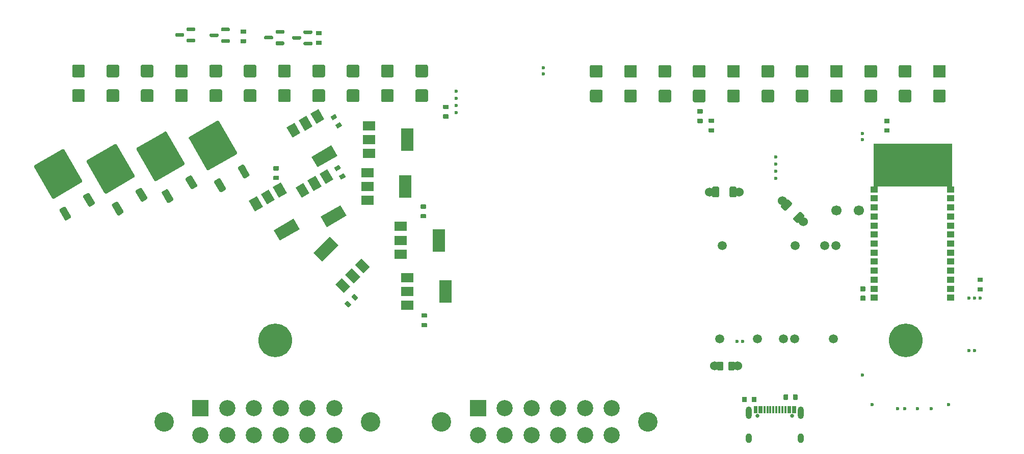
<source format=gts>
G04 #@! TF.GenerationSoftware,KiCad,Pcbnew,7.0.9-7.0.9~ubuntu22.04.1*
G04 #@! TF.CreationDate,2023-12-28T23:58:56+00:00*
G04 #@! TF.ProjectId,uaeficopiedtovfr,75616566-6963-46f7-9069-6564746f7666,rev?*
G04 #@! TF.SameCoordinates,Original*
G04 #@! TF.FileFunction,Soldermask,Top*
G04 #@! TF.FilePolarity,Negative*
%FSLAX46Y46*%
G04 Gerber Fmt 4.6, Leading zero omitted, Abs format (unit mm)*
G04 Created by KiCad (PCBNEW 7.0.9-7.0.9~ubuntu22.04.1) date 2023-12-28 23:58:56*
%MOMM*%
%LPD*%
G01*
G04 APERTURE LIST*
%ADD10C,0.120000*%
%ADD11C,1.524000*%
%ADD12R,2.000000X1.500000*%
%ADD13R,2.000000X3.800000*%
%ADD14R,2.682000X2.682000*%
%ADD15C,2.682000*%
%ADD16C,3.240000*%
%ADD17C,5.600000*%
%ADD18C,0.600000*%
%ADD19C,0.599999*%
%ADD20C,1.500000*%
%ADD21C,1.700000*%
%ADD22C,0.650000*%
%ADD23R,0.300000X1.150000*%
%ADD24O,1.000000X2.100000*%
%ADD25O,1.000000X1.600000*%
%ADD26R,1.300000X1.000000*%
G04 APERTURE END LIST*
G04 #@! TO.C,U2*
D10*
X153712500Y45175000D02*
X140712500Y45175000D01*
X140712500Y52175000D01*
X153712500Y52175000D01*
X153712500Y45175000D01*
G36*
X153712500Y45175000D02*
G01*
X140712500Y45175000D01*
X140712500Y52175000D01*
X153712500Y52175000D01*
X153712500Y45175000D01*
G37*
G04 #@! TD*
D11*
G04 #@! TO.C,R4*
X118105000Y15275000D03*
G36*
G01*
X117650001Y15900000D02*
X117650001Y14650000D01*
G75*
G02*
X117550001Y14550000I-100000J0D01*
G01*
X116750001Y14550000D01*
G75*
G02*
X116650001Y14650000I0J100000D01*
G01*
X116650001Y15900000D01*
G75*
G02*
X116750001Y16000000I100000J0D01*
G01*
X117550001Y16000000D01*
G75*
G02*
X117650001Y15900000I0J-100000D01*
G01*
G37*
G36*
G01*
X115749979Y15900000D02*
X115749979Y14650000D01*
G75*
G02*
X115649979Y14550000I-100000J0D01*
G01*
X114849979Y14550000D01*
G75*
G02*
X114749979Y14650000I0J100000D01*
G01*
X114749979Y15900000D01*
G75*
G02*
X114849979Y16000000I100000J0D01*
G01*
X115649979Y16000000D01*
G75*
G02*
X115749979Y15900000I0J-100000D01*
G01*
G37*
X114295000Y15275000D03*
G04 #@! TD*
G04 #@! TO.C,R1*
G36*
G01*
X142560000Y56325000D02*
X143340000Y56325000D01*
G75*
G02*
X143410000Y56255000I0J-70000D01*
G01*
X143410000Y55695000D01*
G75*
G02*
X143340000Y55625000I-70000J0D01*
G01*
X142560000Y55625000D01*
G75*
G02*
X142490000Y55695000I0J70000D01*
G01*
X142490000Y56255000D01*
G75*
G02*
X142560000Y56325000I70000J0D01*
G01*
G37*
G36*
G01*
X142560000Y54725000D02*
X143340000Y54725000D01*
G75*
G02*
X143410000Y54655000I0J-70000D01*
G01*
X143410000Y54095000D01*
G75*
G02*
X143340000Y54025000I-70000J0D01*
G01*
X142560000Y54025000D01*
G75*
G02*
X142490000Y54095000I0J70000D01*
G01*
X142490000Y54655000D01*
G75*
G02*
X142560000Y54725000I70000J0D01*
G01*
G37*
G04 #@! TD*
D12*
G04 #@! TO.C,Q14*
X56950000Y55200000D03*
X56950000Y52900000D03*
X56950000Y50600000D03*
D13*
X63250000Y52900000D03*
G04 #@! TD*
D14*
G04 #@! TO.C,J4*
X75010000Y8225000D03*
D15*
X79460000Y8225000D03*
X83900000Y8225000D03*
X88350000Y8225000D03*
X92790000Y8225000D03*
X97240000Y8225000D03*
X97240000Y3775000D03*
X92790000Y3775000D03*
X88350000Y3775000D03*
X83900000Y3775000D03*
X79460000Y3775000D03*
X75010000Y3775000D03*
D16*
X68975000Y5995000D03*
X103265000Y5995000D03*
G04 #@! TD*
D17*
G04 #@! TO.C,H2*
X41350000Y19550000D03*
G04 #@! TD*
G04 #@! TO.C,Q8*
G36*
X48717339Y47244005D02*
G01*
X50016377Y47994005D01*
X51016377Y46261955D01*
X49717339Y45511955D01*
X48717339Y47244005D01*
G37*
G36*
X46725481Y46094005D02*
G01*
X48024519Y46844005D01*
X49024519Y45111955D01*
X47725481Y44361955D01*
X46725481Y46094005D01*
G37*
G36*
X44733623Y44944005D02*
G01*
X46032661Y45694005D01*
X47032661Y43961955D01*
X45733623Y43211955D01*
X44733623Y44944005D01*
G37*
G36*
X48879552Y40063045D02*
G01*
X52170448Y41963045D01*
X53170448Y40230995D01*
X49879552Y38330995D01*
X48879552Y40063045D01*
G37*
G04 #@! TD*
G04 #@! TO.C,R8*
G36*
G01*
X128100000Y10490000D02*
X128100000Y9710000D01*
G75*
G02*
X128030000Y9640000I-70000J0D01*
G01*
X127470000Y9640000D01*
G75*
G02*
X127400000Y9710000I0J70000D01*
G01*
X127400000Y10490000D01*
G75*
G02*
X127470000Y10560000I70000J0D01*
G01*
X128030000Y10560000D01*
G75*
G02*
X128100000Y10490000I0J-70000D01*
G01*
G37*
G36*
G01*
X126500000Y10490000D02*
X126500000Y9710000D01*
G75*
G02*
X126430000Y9640000I-70000J0D01*
G01*
X125870000Y9640000D01*
G75*
G02*
X125800000Y9710000I0J70000D01*
G01*
X125800000Y10490000D01*
G75*
G02*
X125870000Y10560000I70000J0D01*
G01*
X126430000Y10560000D01*
G75*
G02*
X126500000Y10490000I0J-70000D01*
G01*
G37*
G04 #@! TD*
G04 #@! TO.C,Q10*
G36*
X53838478Y28469491D02*
G01*
X52777818Y27408831D01*
X51363604Y28823045D01*
X52424264Y29883705D01*
X53838478Y28469491D01*
G37*
G36*
X55464823Y30095837D02*
G01*
X54404163Y29035177D01*
X52989949Y30449391D01*
X54050609Y31510051D01*
X55464823Y30095837D01*
G37*
G36*
X57091169Y31722182D02*
G01*
X56030509Y30661522D01*
X54616295Y32075736D01*
X55676955Y33136396D01*
X57091169Y31722182D01*
G37*
G36*
X51823224Y35363782D02*
G01*
X49136218Y32676776D01*
X47722004Y34090990D01*
X50409010Y36777996D01*
X51823224Y35363782D01*
G37*
G04 #@! TD*
G04 #@! TO.C,R32*
G36*
G01*
X65560000Y42100000D02*
X66340000Y42100000D01*
G75*
G02*
X66410000Y42030000I0J-70000D01*
G01*
X66410000Y41470000D01*
G75*
G02*
X66340000Y41400000I-70000J0D01*
G01*
X65560000Y41400000D01*
G75*
G02*
X65490000Y41470000I0J70000D01*
G01*
X65490000Y42030000D01*
G75*
G02*
X65560000Y42100000I70000J0D01*
G01*
G37*
G36*
G01*
X65560000Y40500000D02*
X66340000Y40500000D01*
G75*
G02*
X66410000Y40430000I0J-70000D01*
G01*
X66410000Y39870000D01*
G75*
G02*
X66340000Y39800000I-70000J0D01*
G01*
X65560000Y39800000D01*
G75*
G02*
X65490000Y39870000I0J70000D01*
G01*
X65490000Y40430000D01*
G75*
G02*
X65560000Y40500000I70000J0D01*
G01*
G37*
G04 #@! TD*
D18*
G04 #@! TO.C,M2*
X156575002Y26550000D03*
X157525002Y26550000D03*
X158475000Y26550000D03*
X157475002Y17850000D03*
X156575002Y17850000D03*
G04 #@! TD*
G04 #@! TO.C,M3*
X71425000Y59750000D03*
X71425000Y60950000D03*
X71425000Y58550000D03*
X71425000Y57350000D03*
X85850000Y63810000D03*
X85850000Y64810000D03*
G04 #@! TD*
G04 #@! TO.C,R2*
G36*
G01*
X112290000Y55625000D02*
X111510000Y55625000D01*
G75*
G02*
X111440000Y55695000I0J70000D01*
G01*
X111440000Y56255000D01*
G75*
G02*
X111510000Y56325000I70000J0D01*
G01*
X112290000Y56325000D01*
G75*
G02*
X112360000Y56255000I0J-70000D01*
G01*
X112360000Y55695000D01*
G75*
G02*
X112290000Y55625000I-70000J0D01*
G01*
G37*
G36*
G01*
X112290000Y57225000D02*
X111510000Y57225000D01*
G75*
G02*
X111440000Y57295000I0J70000D01*
G01*
X111440000Y57855000D01*
G75*
G02*
X111510000Y57925000I70000J0D01*
G01*
X112290000Y57925000D01*
G75*
G02*
X112360000Y57855000I0J-70000D01*
G01*
X112360000Y57295000D01*
G75*
G02*
X112290000Y57225000I-70000J0D01*
G01*
G37*
G04 #@! TD*
G04 #@! TO.C,R31*
G36*
G01*
X66490000Y21700000D02*
X65710000Y21700000D01*
G75*
G02*
X65640000Y21770000I0J70000D01*
G01*
X65640000Y22330000D01*
G75*
G02*
X65710000Y22400000I70000J0D01*
G01*
X66490000Y22400000D01*
G75*
G02*
X66560000Y22330000I0J-70000D01*
G01*
X66560000Y21770000D01*
G75*
G02*
X66490000Y21700000I-70000J0D01*
G01*
G37*
G36*
G01*
X66490000Y23300000D02*
X65710000Y23300000D01*
G75*
G02*
X65640000Y23370000I0J70000D01*
G01*
X65640000Y23930000D01*
G75*
G02*
X65710000Y24000000I70000J0D01*
G01*
X66490000Y24000000D01*
G75*
G02*
X66560000Y23930000I0J-70000D01*
G01*
X66560000Y23370000D01*
G75*
G02*
X66490000Y23300000I-70000J0D01*
G01*
G37*
G04 #@! TD*
G04 #@! TO.C,R23*
G36*
G01*
X41110000Y48450000D02*
X41890000Y48450000D01*
G75*
G02*
X41960000Y48380000I0J-70000D01*
G01*
X41960000Y47820000D01*
G75*
G02*
X41890000Y47750000I-70000J0D01*
G01*
X41110000Y47750000D01*
G75*
G02*
X41040000Y47820000I0J70000D01*
G01*
X41040000Y48380000D01*
G75*
G02*
X41110000Y48450000I70000J0D01*
G01*
G37*
G36*
G01*
X41110000Y46850000D02*
X41890000Y46850000D01*
G75*
G02*
X41960000Y46780000I0J-70000D01*
G01*
X41960000Y46220000D01*
G75*
G02*
X41890000Y46150000I-70000J0D01*
G01*
X41110000Y46150000D01*
G75*
G02*
X41040000Y46220000I0J70000D01*
G01*
X41040000Y46780000D01*
G75*
G02*
X41110000Y46850000I70000J0D01*
G01*
G37*
G04 #@! TD*
D19*
G04 #@! TO.C,M8*
X138924992Y13775010D03*
X140500006Y8870001D03*
X153204024Y8879064D03*
X144724996Y8200000D03*
X145900000Y8200000D03*
X148074994Y8200000D03*
X150299996Y8200000D03*
G04 #@! TD*
D12*
G04 #@! TO.C,Q16*
X62200000Y38450000D03*
X62200000Y36150000D03*
X62200000Y33850000D03*
D13*
X68500000Y36150000D03*
G04 #@! TD*
G04 #@! TO.C,Q9*
G36*
X40967339Y44994005D02*
G01*
X42266377Y45744005D01*
X43266377Y44011955D01*
X41967339Y43261955D01*
X40967339Y44994005D01*
G37*
G36*
X38975481Y43844005D02*
G01*
X40274519Y44594005D01*
X41274519Y42861955D01*
X39975481Y42111955D01*
X38975481Y43844005D01*
G37*
G36*
X36983623Y42694005D02*
G01*
X38282661Y43444005D01*
X39282661Y41711955D01*
X37983623Y40961955D01*
X36983623Y42694005D01*
G37*
G36*
X41129552Y37813045D02*
G01*
X44420448Y39713045D01*
X45420448Y37980995D01*
X42129552Y36080995D01*
X41129552Y37813045D01*
G37*
G04 #@! TD*
D20*
G04 #@! TO.C,M1*
X134024999Y19800005D03*
X127625002Y19800005D03*
X125724999Y19800005D03*
X121424999Y19800005D03*
D18*
X119025002Y19350006D03*
X118025001Y19350006D03*
D20*
X115174999Y19800005D03*
X134475001Y35300002D03*
X132625002Y35300002D03*
X127674999Y35300002D03*
X115625001Y35300002D03*
G04 #@! TD*
D12*
G04 #@! TO.C,Q13*
X56650000Y47400000D03*
X56650000Y45100000D03*
X56650000Y42800000D03*
D13*
X62950000Y45100000D03*
G04 #@! TD*
G04 #@! TO.C,R26*
G36*
G01*
X36440000Y68875000D02*
X35660000Y68875000D01*
G75*
G02*
X35590000Y68945000I0J70000D01*
G01*
X35590000Y69505000D01*
G75*
G02*
X35660000Y69575000I70000J0D01*
G01*
X36440000Y69575000D01*
G75*
G02*
X36510000Y69505000I0J-70000D01*
G01*
X36510000Y68945000D01*
G75*
G02*
X36440000Y68875000I-70000J0D01*
G01*
G37*
G36*
G01*
X36440000Y70475000D02*
X35660000Y70475000D01*
G75*
G02*
X35590000Y70545000I0J70000D01*
G01*
X35590000Y71105000D01*
G75*
G02*
X35660000Y71175000I70000J0D01*
G01*
X36440000Y71175000D01*
G75*
G02*
X36510000Y71105000I0J-70000D01*
G01*
X36510000Y70545000D01*
G75*
G02*
X36440000Y70475000I-70000J0D01*
G01*
G37*
G04 #@! TD*
G04 #@! TO.C,C1*
G36*
G01*
X139290000Y26084999D02*
X138610000Y26084999D01*
G75*
G02*
X138525000Y26169999I0J85000D01*
G01*
X138525000Y26849999D01*
G75*
G02*
X138610000Y26934999I85000J0D01*
G01*
X139290000Y26934999D01*
G75*
G02*
X139375000Y26849999I0J-85000D01*
G01*
X139375000Y26169999D01*
G75*
G02*
X139290000Y26084999I-85000J0D01*
G01*
G37*
G36*
G01*
X139290000Y27665001D02*
X138610000Y27665001D01*
G75*
G02*
X138525000Y27750001I0J85000D01*
G01*
X138525000Y28430001D01*
G75*
G02*
X138610000Y28515001I85000J0D01*
G01*
X139290000Y28515001D01*
G75*
G02*
X139375000Y28430001I0J-85000D01*
G01*
X139375000Y27750001D01*
G75*
G02*
X139290000Y27665001I-85000J0D01*
G01*
G37*
G04 #@! TD*
G04 #@! TO.C,Q7*
G36*
X47217339Y57219005D02*
G01*
X48516377Y57969005D01*
X49516377Y56236955D01*
X48217339Y55486955D01*
X47217339Y57219005D01*
G37*
G36*
X45225481Y56069005D02*
G01*
X46524519Y56819005D01*
X47524519Y55086955D01*
X46225481Y54336955D01*
X45225481Y56069005D01*
G37*
G36*
X43233623Y54919005D02*
G01*
X44532661Y55669005D01*
X45532661Y53936955D01*
X44233623Y53186955D01*
X43233623Y54919005D01*
G37*
G36*
X47379552Y50038045D02*
G01*
X50670448Y51938045D01*
X51670448Y50205995D01*
X48379552Y48305995D01*
X47379552Y50038045D01*
G37*
G04 #@! TD*
G04 #@! TO.C,U1*
G36*
G01*
X64625000Y59375001D02*
X64625000Y60974999D01*
G75*
G02*
X64875001Y61225000I250001J0D01*
G01*
X66474999Y61225000D01*
G75*
G02*
X66725000Y60974999I0J-250001D01*
G01*
X66725000Y59375001D01*
G75*
G02*
X66474999Y59125000I-250001J0D01*
G01*
X64875001Y59125000D01*
G75*
G02*
X64625000Y59375001I0J250001D01*
G01*
G37*
G36*
G01*
X58925000Y59375001D02*
X58925000Y60974999D01*
G75*
G02*
X59175001Y61225000I250001J0D01*
G01*
X60774999Y61225000D01*
G75*
G02*
X61025000Y60974999I0J-250001D01*
G01*
X61025000Y59375001D01*
G75*
G02*
X60774999Y59125000I-250001J0D01*
G01*
X59175001Y59125000D01*
G75*
G02*
X58925000Y59375001I0J250001D01*
G01*
G37*
G36*
G01*
X53225000Y59375001D02*
X53225000Y60974999D01*
G75*
G02*
X53475001Y61225000I250001J0D01*
G01*
X55074999Y61225000D01*
G75*
G02*
X55325000Y60974999I0J-250001D01*
G01*
X55325000Y59375001D01*
G75*
G02*
X55074999Y59125000I-250001J0D01*
G01*
X53475001Y59125000D01*
G75*
G02*
X53225000Y59375001I0J250001D01*
G01*
G37*
G36*
G01*
X47525000Y59375001D02*
X47525000Y60974999D01*
G75*
G02*
X47775001Y61225000I250001J0D01*
G01*
X49374999Y61225000D01*
G75*
G02*
X49625000Y60974999I0J-250001D01*
G01*
X49625000Y59375001D01*
G75*
G02*
X49374999Y59125000I-250001J0D01*
G01*
X47775001Y59125000D01*
G75*
G02*
X47525000Y59375001I0J250001D01*
G01*
G37*
G36*
G01*
X41825000Y59375001D02*
X41825000Y60974999D01*
G75*
G02*
X42075001Y61225000I250001J0D01*
G01*
X43674999Y61225000D01*
G75*
G02*
X43925000Y60974999I0J-250001D01*
G01*
X43925000Y59375001D01*
G75*
G02*
X43674999Y59125000I-250001J0D01*
G01*
X42075001Y59125000D01*
G75*
G02*
X41825000Y59375001I0J250001D01*
G01*
G37*
G36*
G01*
X36125000Y59375001D02*
X36125000Y60974999D01*
G75*
G02*
X36375001Y61225000I250001J0D01*
G01*
X37974999Y61225000D01*
G75*
G02*
X38225000Y60974999I0J-250001D01*
G01*
X38225000Y59375001D01*
G75*
G02*
X37974999Y59125000I-250001J0D01*
G01*
X36375001Y59125000D01*
G75*
G02*
X36125000Y59375001I0J250001D01*
G01*
G37*
G36*
G01*
X30425000Y59375001D02*
X30425000Y60974999D01*
G75*
G02*
X30675001Y61225000I250001J0D01*
G01*
X32274999Y61225000D01*
G75*
G02*
X32525000Y60974999I0J-250001D01*
G01*
X32525000Y59375001D01*
G75*
G02*
X32274999Y59125000I-250001J0D01*
G01*
X30675001Y59125000D01*
G75*
G02*
X30425000Y59375001I0J250001D01*
G01*
G37*
G36*
G01*
X24725000Y59375001D02*
X24725000Y60974999D01*
G75*
G02*
X24975001Y61225000I250001J0D01*
G01*
X26574999Y61225000D01*
G75*
G02*
X26825000Y60974999I0J-250001D01*
G01*
X26825000Y59375001D01*
G75*
G02*
X26574999Y59125000I-250001J0D01*
G01*
X24975001Y59125000D01*
G75*
G02*
X24725000Y59375001I0J250001D01*
G01*
G37*
G36*
G01*
X19025000Y59375001D02*
X19025000Y60974999D01*
G75*
G02*
X19275001Y61225000I250001J0D01*
G01*
X20874999Y61225000D01*
G75*
G02*
X21125000Y60974999I0J-250001D01*
G01*
X21125000Y59375001D01*
G75*
G02*
X20874999Y59125000I-250001J0D01*
G01*
X19275001Y59125000D01*
G75*
G02*
X19025000Y59375001I0J250001D01*
G01*
G37*
G36*
G01*
X13325000Y59375001D02*
X13325000Y60974999D01*
G75*
G02*
X13575001Y61225000I250001J0D01*
G01*
X15174999Y61225000D01*
G75*
G02*
X15425000Y60974999I0J-250001D01*
G01*
X15425000Y59375001D01*
G75*
G02*
X15174999Y59125000I-250001J0D01*
G01*
X13575001Y59125000D01*
G75*
G02*
X13325000Y59375001I0J250001D01*
G01*
G37*
G36*
G01*
X7625000Y59375001D02*
X7625000Y60974999D01*
G75*
G02*
X7875001Y61225000I250001J0D01*
G01*
X9474999Y61225000D01*
G75*
G02*
X9725000Y60974999I0J-250001D01*
G01*
X9725000Y59375001D01*
G75*
G02*
X9474999Y59125000I-250001J0D01*
G01*
X7875001Y59125000D01*
G75*
G02*
X7625000Y59375001I0J250001D01*
G01*
G37*
G36*
G01*
X64625000Y63475001D02*
X64625000Y65074999D01*
G75*
G02*
X64875001Y65325000I250001J0D01*
G01*
X66474999Y65325000D01*
G75*
G02*
X66725000Y65074999I0J-250001D01*
G01*
X66725000Y63475001D01*
G75*
G02*
X66474999Y63225000I-250001J0D01*
G01*
X64875001Y63225000D01*
G75*
G02*
X64625000Y63475001I0J250001D01*
G01*
G37*
G36*
G01*
X58925000Y63475001D02*
X58925000Y65074999D01*
G75*
G02*
X59175001Y65325000I250001J0D01*
G01*
X60774999Y65325000D01*
G75*
G02*
X61025000Y65074999I0J-250001D01*
G01*
X61025000Y63475001D01*
G75*
G02*
X60774999Y63225000I-250001J0D01*
G01*
X59175001Y63225000D01*
G75*
G02*
X58925000Y63475001I0J250001D01*
G01*
G37*
G36*
G01*
X53225000Y63475001D02*
X53225000Y65074999D01*
G75*
G02*
X53475001Y65325000I250001J0D01*
G01*
X55074999Y65325000D01*
G75*
G02*
X55325000Y65074999I0J-250001D01*
G01*
X55325000Y63475001D01*
G75*
G02*
X55074999Y63225000I-250001J0D01*
G01*
X53475001Y63225000D01*
G75*
G02*
X53225000Y63475001I0J250001D01*
G01*
G37*
G36*
G01*
X47525000Y63475001D02*
X47525000Y65074999D01*
G75*
G02*
X47775001Y65325000I250001J0D01*
G01*
X49374999Y65325000D01*
G75*
G02*
X49625000Y65074999I0J-250001D01*
G01*
X49625000Y63475001D01*
G75*
G02*
X49374999Y63225000I-250001J0D01*
G01*
X47775001Y63225000D01*
G75*
G02*
X47525000Y63475001I0J250001D01*
G01*
G37*
G36*
G01*
X41825000Y63475001D02*
X41825000Y65074999D01*
G75*
G02*
X42075001Y65325000I250001J0D01*
G01*
X43674999Y65325000D01*
G75*
G02*
X43925000Y65074999I0J-250001D01*
G01*
X43925000Y63475001D01*
G75*
G02*
X43674999Y63225000I-250001J0D01*
G01*
X42075001Y63225000D01*
G75*
G02*
X41825000Y63475001I0J250001D01*
G01*
G37*
G36*
G01*
X36125000Y63475001D02*
X36125000Y65074999D01*
G75*
G02*
X36375001Y65325000I250001J0D01*
G01*
X37974999Y65325000D01*
G75*
G02*
X38225000Y65074999I0J-250001D01*
G01*
X38225000Y63475001D01*
G75*
G02*
X37974999Y63225000I-250001J0D01*
G01*
X36375001Y63225000D01*
G75*
G02*
X36125000Y63475001I0J250001D01*
G01*
G37*
G36*
G01*
X30425000Y63475001D02*
X30425000Y65074999D01*
G75*
G02*
X30675001Y65325000I250001J0D01*
G01*
X32274999Y65325000D01*
G75*
G02*
X32525000Y65074999I0J-250001D01*
G01*
X32525000Y63475001D01*
G75*
G02*
X32274999Y63225000I-250001J0D01*
G01*
X30675001Y63225000D01*
G75*
G02*
X30425000Y63475001I0J250001D01*
G01*
G37*
G36*
G01*
X24725000Y63475001D02*
X24725000Y65074999D01*
G75*
G02*
X24975001Y65325000I250001J0D01*
G01*
X26574999Y65325000D01*
G75*
G02*
X26825000Y65074999I0J-250001D01*
G01*
X26825000Y63475001D01*
G75*
G02*
X26574999Y63225000I-250001J0D01*
G01*
X24975001Y63225000D01*
G75*
G02*
X24725000Y63475001I0J250001D01*
G01*
G37*
G36*
G01*
X19025000Y63475001D02*
X19025000Y65074999D01*
G75*
G02*
X19275001Y65325000I250001J0D01*
G01*
X20874999Y65325000D01*
G75*
G02*
X21125000Y65074999I0J-250001D01*
G01*
X21125000Y63475001D01*
G75*
G02*
X20874999Y63225000I-250001J0D01*
G01*
X19275001Y63225000D01*
G75*
G02*
X19025000Y63475001I0J250001D01*
G01*
G37*
G36*
G01*
X13325000Y63475001D02*
X13325000Y65074999D01*
G75*
G02*
X13575001Y65325000I250001J0D01*
G01*
X15174999Y65325000D01*
G75*
G02*
X15425000Y65074999I0J-250001D01*
G01*
X15425000Y63475001D01*
G75*
G02*
X15174999Y63225000I-250001J0D01*
G01*
X13575001Y63225000D01*
G75*
G02*
X13325000Y63475001I0J250001D01*
G01*
G37*
G36*
G01*
X7625000Y63475001D02*
X7625000Y65074999D01*
G75*
G02*
X7875001Y65325000I250001J0D01*
G01*
X9474999Y65325000D01*
G75*
G02*
X9725000Y65074999I0J-250001D01*
G01*
X9725000Y63475001D01*
G75*
G02*
X9474999Y63225000I-250001J0D01*
G01*
X7875001Y63225000D01*
G75*
G02*
X7625000Y63475001I0J250001D01*
G01*
G37*
G36*
G01*
X150625000Y59325001D02*
X150625000Y60924999D01*
G75*
G02*
X150875001Y61175000I250001J0D01*
G01*
X152474999Y61175000D01*
G75*
G02*
X152725000Y60924999I0J-250001D01*
G01*
X152725000Y59325001D01*
G75*
G02*
X152474999Y59075000I-250001J0D01*
G01*
X150875001Y59075000D01*
G75*
G02*
X150625000Y59325001I0J250001D01*
G01*
G37*
G36*
G01*
X144925000Y59325001D02*
X144925000Y60924999D01*
G75*
G02*
X145175001Y61175000I250001J0D01*
G01*
X146774999Y61175000D01*
G75*
G02*
X147025000Y60924999I0J-250001D01*
G01*
X147025000Y59325001D01*
G75*
G02*
X146774999Y59075000I-250001J0D01*
G01*
X145175001Y59075000D01*
G75*
G02*
X144925000Y59325001I0J250001D01*
G01*
G37*
G36*
G01*
X139225000Y59325001D02*
X139225000Y60924999D01*
G75*
G02*
X139475001Y61175000I250001J0D01*
G01*
X141074999Y61175000D01*
G75*
G02*
X141325000Y60924999I0J-250001D01*
G01*
X141325000Y59325001D01*
G75*
G02*
X141074999Y59075000I-250001J0D01*
G01*
X139475001Y59075000D01*
G75*
G02*
X139225000Y59325001I0J250001D01*
G01*
G37*
G36*
G01*
X133525000Y59325001D02*
X133525000Y60924999D01*
G75*
G02*
X133775001Y61175000I250001J0D01*
G01*
X135374999Y61175000D01*
G75*
G02*
X135625000Y60924999I0J-250001D01*
G01*
X135625000Y59325001D01*
G75*
G02*
X135374999Y59075000I-250001J0D01*
G01*
X133775001Y59075000D01*
G75*
G02*
X133525000Y59325001I0J250001D01*
G01*
G37*
G36*
G01*
X127825000Y59325001D02*
X127825000Y60924999D01*
G75*
G02*
X128075001Y61175000I250001J0D01*
G01*
X129674999Y61175000D01*
G75*
G02*
X129925000Y60924999I0J-250001D01*
G01*
X129925000Y59325001D01*
G75*
G02*
X129674999Y59075000I-250001J0D01*
G01*
X128075001Y59075000D01*
G75*
G02*
X127825000Y59325001I0J250001D01*
G01*
G37*
G36*
G01*
X122125000Y59325001D02*
X122125000Y60924999D01*
G75*
G02*
X122375001Y61175000I250001J0D01*
G01*
X123974999Y61175000D01*
G75*
G02*
X124225000Y60924999I0J-250001D01*
G01*
X124225000Y59325001D01*
G75*
G02*
X123974999Y59075000I-250001J0D01*
G01*
X122375001Y59075000D01*
G75*
G02*
X122125000Y59325001I0J250001D01*
G01*
G37*
G36*
G01*
X116425000Y59325001D02*
X116425000Y60924999D01*
G75*
G02*
X116675001Y61175000I250001J0D01*
G01*
X118274999Y61175000D01*
G75*
G02*
X118525000Y60924999I0J-250001D01*
G01*
X118525000Y59325001D01*
G75*
G02*
X118274999Y59075000I-250001J0D01*
G01*
X116675001Y59075000D01*
G75*
G02*
X116425000Y59325001I0J250001D01*
G01*
G37*
G36*
G01*
X110725000Y59325001D02*
X110725000Y60924999D01*
G75*
G02*
X110975001Y61175000I250001J0D01*
G01*
X112574999Y61175000D01*
G75*
G02*
X112825000Y60924999I0J-250001D01*
G01*
X112825000Y59325001D01*
G75*
G02*
X112574999Y59075000I-250001J0D01*
G01*
X110975001Y59075000D01*
G75*
G02*
X110725000Y59325001I0J250001D01*
G01*
G37*
G36*
G01*
X105025000Y59325001D02*
X105025000Y60924999D01*
G75*
G02*
X105275001Y61175000I250001J0D01*
G01*
X106874999Y61175000D01*
G75*
G02*
X107125000Y60924999I0J-250001D01*
G01*
X107125000Y59325001D01*
G75*
G02*
X106874999Y59075000I-250001J0D01*
G01*
X105275001Y59075000D01*
G75*
G02*
X105025000Y59325001I0J250001D01*
G01*
G37*
G36*
G01*
X99325000Y59325001D02*
X99325000Y60924999D01*
G75*
G02*
X99575001Y61175000I250001J0D01*
G01*
X101174999Y61175000D01*
G75*
G02*
X101425000Y60924999I0J-250001D01*
G01*
X101425000Y59325001D01*
G75*
G02*
X101174999Y59075000I-250001J0D01*
G01*
X99575001Y59075000D01*
G75*
G02*
X99325000Y59325001I0J250001D01*
G01*
G37*
G36*
G01*
X93625000Y59325001D02*
X93625000Y60924999D01*
G75*
G02*
X93875001Y61175000I250001J0D01*
G01*
X95474999Y61175000D01*
G75*
G02*
X95725000Y60924999I0J-250001D01*
G01*
X95725000Y59325001D01*
G75*
G02*
X95474999Y59075000I-250001J0D01*
G01*
X93875001Y59075000D01*
G75*
G02*
X93625000Y59325001I0J250001D01*
G01*
G37*
G36*
G01*
X150625000Y63425001D02*
X150625000Y65024999D01*
G75*
G02*
X150875001Y65275000I250001J0D01*
G01*
X152474999Y65275000D01*
G75*
G02*
X152725000Y65024999I0J-250001D01*
G01*
X152725000Y63425001D01*
G75*
G02*
X152474999Y63175000I-250001J0D01*
G01*
X150875001Y63175000D01*
G75*
G02*
X150625000Y63425001I0J250001D01*
G01*
G37*
G36*
G01*
X144925000Y63425001D02*
X144925000Y65024999D01*
G75*
G02*
X145175001Y65275000I250001J0D01*
G01*
X146774999Y65275000D01*
G75*
G02*
X147025000Y65024999I0J-250001D01*
G01*
X147025000Y63425001D01*
G75*
G02*
X146774999Y63175000I-250001J0D01*
G01*
X145175001Y63175000D01*
G75*
G02*
X144925000Y63425001I0J250001D01*
G01*
G37*
G36*
G01*
X139225000Y63425001D02*
X139225000Y65024999D01*
G75*
G02*
X139475001Y65275000I250001J0D01*
G01*
X141074999Y65275000D01*
G75*
G02*
X141325000Y65024999I0J-250001D01*
G01*
X141325000Y63425001D01*
G75*
G02*
X141074999Y63175000I-250001J0D01*
G01*
X139475001Y63175000D01*
G75*
G02*
X139225000Y63425001I0J250001D01*
G01*
G37*
G36*
G01*
X133525000Y63425001D02*
X133525000Y65024999D01*
G75*
G02*
X133775001Y65275000I250001J0D01*
G01*
X135374999Y65275000D01*
G75*
G02*
X135625000Y65024999I0J-250001D01*
G01*
X135625000Y63425001D01*
G75*
G02*
X135374999Y63175000I-250001J0D01*
G01*
X133775001Y63175000D01*
G75*
G02*
X133525000Y63425001I0J250001D01*
G01*
G37*
G36*
G01*
X127825000Y63425001D02*
X127825000Y65024999D01*
G75*
G02*
X128075001Y65275000I250001J0D01*
G01*
X129674999Y65275000D01*
G75*
G02*
X129925000Y65024999I0J-250001D01*
G01*
X129925000Y63425001D01*
G75*
G02*
X129674999Y63175000I-250001J0D01*
G01*
X128075001Y63175000D01*
G75*
G02*
X127825000Y63425001I0J250001D01*
G01*
G37*
G36*
G01*
X122125000Y63425001D02*
X122125000Y65024999D01*
G75*
G02*
X122375001Y65275000I250001J0D01*
G01*
X123974999Y65275000D01*
G75*
G02*
X124225000Y65024999I0J-250001D01*
G01*
X124225000Y63425001D01*
G75*
G02*
X123974999Y63175000I-250001J0D01*
G01*
X122375001Y63175000D01*
G75*
G02*
X122125000Y63425001I0J250001D01*
G01*
G37*
G36*
G01*
X116425000Y63425001D02*
X116425000Y65024999D01*
G75*
G02*
X116675001Y65275000I250001J0D01*
G01*
X118274999Y65275000D01*
G75*
G02*
X118525000Y65024999I0J-250001D01*
G01*
X118525000Y63425001D01*
G75*
G02*
X118274999Y63175000I-250001J0D01*
G01*
X116675001Y63175000D01*
G75*
G02*
X116425000Y63425001I0J250001D01*
G01*
G37*
G36*
G01*
X110725000Y63425001D02*
X110725000Y65024999D01*
G75*
G02*
X110975001Y65275000I250001J0D01*
G01*
X112574999Y65275000D01*
G75*
G02*
X112825000Y65024999I0J-250001D01*
G01*
X112825000Y63425001D01*
G75*
G02*
X112574999Y63175000I-250001J0D01*
G01*
X110975001Y63175000D01*
G75*
G02*
X110725000Y63425001I0J250001D01*
G01*
G37*
G36*
G01*
X105025000Y63425001D02*
X105025000Y65024999D01*
G75*
G02*
X105275001Y65275000I250001J0D01*
G01*
X106874999Y65275000D01*
G75*
G02*
X107125000Y65024999I0J-250001D01*
G01*
X107125000Y63425001D01*
G75*
G02*
X106874999Y63175000I-250001J0D01*
G01*
X105275001Y63175000D01*
G75*
G02*
X105025000Y63425001I0J250001D01*
G01*
G37*
G36*
G01*
X99325000Y63425001D02*
X99325000Y65024999D01*
G75*
G02*
X99575001Y65275000I250001J0D01*
G01*
X101174999Y65275000D01*
G75*
G02*
X101425000Y65024999I0J-250001D01*
G01*
X101425000Y63425001D01*
G75*
G02*
X101174999Y63175000I-250001J0D01*
G01*
X99575001Y63175000D01*
G75*
G02*
X99325000Y63425001I0J250001D01*
G01*
G37*
G36*
G01*
X93625000Y63425001D02*
X93625000Y65024999D01*
G75*
G02*
X93875001Y65275000I250001J0D01*
G01*
X95474999Y65275000D01*
G75*
G02*
X95725000Y65024999I0J-250001D01*
G01*
X95725000Y63425001D01*
G75*
G02*
X95474999Y63175000I-250001J0D01*
G01*
X93875001Y63175000D01*
G75*
G02*
X93625000Y63425001I0J250001D01*
G01*
G37*
G04 #@! TD*
G04 #@! TO.C,R24*
G36*
G01*
X53462600Y25011056D02*
X52911056Y25562600D01*
G75*
G02*
X52911056Y25661594I49497J49497D01*
G01*
X53307036Y26057574D01*
G75*
G02*
X53406030Y26057574I49497J-49497D01*
G01*
X53957574Y25506030D01*
G75*
G02*
X53957574Y25407036I-49497J-49497D01*
G01*
X53561594Y25011056D01*
G75*
G02*
X53462600Y25011056I-49497J49497D01*
G01*
G37*
G36*
G01*
X54593970Y26142426D02*
X54042426Y26693970D01*
G75*
G02*
X54042426Y26792964I49497J49497D01*
G01*
X54438406Y27188944D01*
G75*
G02*
X54537400Y27188944I49497J-49497D01*
G01*
X55088944Y26637400D01*
G75*
G02*
X55088944Y26538406I-49497J-49497D01*
G01*
X54692964Y26142426D01*
G75*
G02*
X54593970Y26142426I-49497J49497D01*
G01*
G37*
G04 #@! TD*
D18*
G04 #@! TO.C,M4*
X124475000Y48800000D03*
X124475000Y50000000D03*
X124475000Y47600000D03*
X124475000Y46400000D03*
X138900000Y52860000D03*
X138900000Y53860000D03*
G04 #@! TD*
D21*
G04 #@! TO.C,P3*
X134550000Y41075000D03*
G04 #@! TD*
D22*
G04 #@! TO.C,J9*
X121460000Y6955000D03*
X127240000Y6955000D03*
D23*
X121000000Y8020000D03*
X121800000Y8020000D03*
X123100000Y8020000D03*
X124100000Y8020000D03*
X124600000Y8020000D03*
X125600000Y8020000D03*
X126900000Y8020000D03*
X127700000Y8020000D03*
X127400000Y8020000D03*
X126600000Y8020000D03*
X126100000Y8020000D03*
X125100000Y8020000D03*
X123600000Y8020000D03*
X122600000Y8020000D03*
X122100000Y8020000D03*
X121300000Y8020000D03*
D24*
X120030000Y7455000D03*
D25*
X120030000Y3275000D03*
D24*
X128670000Y7455000D03*
D25*
X128670000Y3275000D03*
G04 #@! TD*
D17*
G04 #@! TO.C,H1*
X146050000Y19550000D03*
G04 #@! TD*
G04 #@! TO.C,Q3*
G36*
G01*
X24320382Y42714505D02*
X23714164Y42364505D01*
G75*
G02*
X23372658Y42456011I-125000J216506D01*
G01*
X22522658Y43928255D01*
G75*
G02*
X22614164Y44269761I216506J125000D01*
G01*
X23220382Y44619761D01*
G75*
G02*
X23561888Y44528255I125000J-216506D01*
G01*
X24411888Y43056011D01*
G75*
G02*
X24320382Y42714505I-216506J-125000D01*
G01*
G37*
G36*
G01*
X26186781Y48641813D02*
X21596842Y45991810D01*
G75*
G02*
X21255339Y46083315I-124999J216504D01*
G01*
X18305336Y51192870D01*
G75*
G02*
X18396842Y51534373I216504J124999D01*
G01*
X22986781Y54184376D01*
G75*
G02*
X23328283Y54092870I124998J-216504D01*
G01*
X26278286Y48983315D01*
G75*
G02*
X26186781Y48641813I-216504J-124998D01*
G01*
G37*
G36*
G01*
X28269458Y44994505D02*
X27663240Y44644505D01*
G75*
G02*
X27321734Y44736011I-125000J216506D01*
G01*
X26471734Y46208255D01*
G75*
G02*
X26563240Y46549761I216506J125000D01*
G01*
X27169458Y46899761D01*
G75*
G02*
X27510964Y46808255I125000J-216506D01*
G01*
X28360964Y45336011D01*
G75*
G02*
X28269458Y44994505I-216506J-125000D01*
G01*
G37*
G04 #@! TD*
G04 #@! TO.C,D7*
G36*
G01*
X28075000Y69475000D02*
X28075000Y69175000D01*
G75*
G02*
X27925000Y69025000I-150000J0D01*
G01*
X26750000Y69025000D01*
G75*
G02*
X26600000Y69175000I0J150000D01*
G01*
X26600000Y69475000D01*
G75*
G02*
X26750000Y69625000I150000J0D01*
G01*
X27925000Y69625000D01*
G75*
G02*
X28075000Y69475000I0J-150000D01*
G01*
G37*
G36*
G01*
X26200000Y70425000D02*
X26200000Y70125000D01*
G75*
G02*
X26050000Y69975000I-150000J0D01*
G01*
X24875000Y69975000D01*
G75*
G02*
X24725000Y70125000I0J150000D01*
G01*
X24725000Y70425000D01*
G75*
G02*
X24875000Y70575000I150000J0D01*
G01*
X26050000Y70575000D01*
G75*
G02*
X26200000Y70425000I0J-150000D01*
G01*
G37*
G36*
G01*
X28075000Y71375000D02*
X28075000Y71075000D01*
G75*
G02*
X27925000Y70925000I-150000J0D01*
G01*
X26750000Y70925000D01*
G75*
G02*
X26600000Y71075000I0J150000D01*
G01*
X26600000Y71375000D01*
G75*
G02*
X26750000Y71525000I150000J0D01*
G01*
X27925000Y71525000D01*
G75*
G02*
X28075000Y71375000I0J-150000D01*
G01*
G37*
G04 #@! TD*
G04 #@! TO.C,R5*
G36*
G01*
X69310000Y58675000D02*
X70090000Y58675000D01*
G75*
G02*
X70160000Y58605000I0J-70000D01*
G01*
X70160000Y58045000D01*
G75*
G02*
X70090000Y57975000I-70000J0D01*
G01*
X69310000Y57975000D01*
G75*
G02*
X69240000Y58045000I0J70000D01*
G01*
X69240000Y58605000D01*
G75*
G02*
X69310000Y58675000I70000J0D01*
G01*
G37*
G36*
G01*
X69310000Y57075000D02*
X70090000Y57075000D01*
G75*
G02*
X70160000Y57005000I0J-70000D01*
G01*
X70160000Y56445000D01*
G75*
G02*
X70090000Y56375000I-70000J0D01*
G01*
X69310000Y56375000D01*
G75*
G02*
X69240000Y56445000I0J70000D01*
G01*
X69240000Y57005000D01*
G75*
G02*
X69310000Y57075000I70000J0D01*
G01*
G37*
G04 #@! TD*
G04 #@! TO.C,Q1*
G36*
G01*
X33028571Y44526412D02*
X32422353Y44176412D01*
G75*
G02*
X32080847Y44267918I-125000J216506D01*
G01*
X31230847Y45740162D01*
G75*
G02*
X31322353Y46081668I216506J125000D01*
G01*
X31928571Y46431668D01*
G75*
G02*
X32270077Y46340162I125000J-216506D01*
G01*
X33120077Y44867918D01*
G75*
G02*
X33028571Y44526412I-216506J-125000D01*
G01*
G37*
G36*
G01*
X34894970Y50453720D02*
X30305031Y47803717D01*
G75*
G02*
X29963528Y47895222I-124999J216504D01*
G01*
X27013525Y53004777D01*
G75*
G02*
X27105031Y53346280I216504J124999D01*
G01*
X31694970Y55996283D01*
G75*
G02*
X32036472Y55904777I124998J-216504D01*
G01*
X34986475Y50795222D01*
G75*
G02*
X34894970Y50453720I-216504J-124998D01*
G01*
G37*
G36*
G01*
X36977647Y46806412D02*
X36371429Y46456412D01*
G75*
G02*
X36029923Y46547918I-125000J216506D01*
G01*
X35179923Y48020162D01*
G75*
G02*
X35271429Y48361668I216506J125000D01*
G01*
X35877647Y48711668D01*
G75*
G02*
X36219153Y48620162I125000J-216506D01*
G01*
X37069153Y47147918D01*
G75*
G02*
X36977647Y46806412I-216506J-125000D01*
G01*
G37*
G04 #@! TD*
G04 #@! TO.C,R25*
G36*
G01*
X48990000Y68625000D02*
X48210000Y68625000D01*
G75*
G02*
X48140000Y68695000I0J70000D01*
G01*
X48140000Y69255000D01*
G75*
G02*
X48210000Y69325000I70000J0D01*
G01*
X48990000Y69325000D01*
G75*
G02*
X49060000Y69255000I0J-70000D01*
G01*
X49060000Y68695000D01*
G75*
G02*
X48990000Y68625000I-70000J0D01*
G01*
G37*
G36*
G01*
X48990000Y70225000D02*
X48210000Y70225000D01*
G75*
G02*
X48140000Y70295000I0J70000D01*
G01*
X48140000Y70855000D01*
G75*
G02*
X48210000Y70925000I70000J0D01*
G01*
X48990000Y70925000D01*
G75*
G02*
X49060000Y70855000I0J-70000D01*
G01*
X49060000Y70295000D01*
G75*
G02*
X48990000Y70225000I-70000J0D01*
G01*
G37*
G04 #@! TD*
G04 #@! TO.C,R6*
G36*
G01*
X158840000Y27625000D02*
X158060000Y27625000D01*
G75*
G02*
X157990000Y27695000I0J70000D01*
G01*
X157990000Y28255000D01*
G75*
G02*
X158060000Y28325000I70000J0D01*
G01*
X158840000Y28325000D01*
G75*
G02*
X158910000Y28255000I0J-70000D01*
G01*
X158910000Y27695000D01*
G75*
G02*
X158840000Y27625000I-70000J0D01*
G01*
G37*
G36*
G01*
X158840000Y29225000D02*
X158060000Y29225000D01*
G75*
G02*
X157990000Y29295000I0J70000D01*
G01*
X157990000Y29855000D01*
G75*
G02*
X158060000Y29925000I70000J0D01*
G01*
X158840000Y29925000D01*
G75*
G02*
X158910000Y29855000I0J-70000D01*
G01*
X158910000Y29295000D01*
G75*
G02*
X158840000Y29225000I-70000J0D01*
G01*
G37*
G04 #@! TD*
G04 #@! TO.C,Q4*
G36*
G01*
X16028571Y40651412D02*
X15422353Y40301412D01*
G75*
G02*
X15080847Y40392918I-125000J216506D01*
G01*
X14230847Y41865162D01*
G75*
G02*
X14322353Y42206668I216506J125000D01*
G01*
X14928571Y42556668D01*
G75*
G02*
X15270077Y42465162I125000J-216506D01*
G01*
X16120077Y40992918D01*
G75*
G02*
X16028571Y40651412I-216506J-125000D01*
G01*
G37*
G36*
G01*
X17894970Y46578720D02*
X13305031Y43928717D01*
G75*
G02*
X12963528Y44020222I-124999J216504D01*
G01*
X10013525Y49129777D01*
G75*
G02*
X10105031Y49471280I216504J124999D01*
G01*
X14694970Y52121283D01*
G75*
G02*
X15036472Y52029777I124998J-216504D01*
G01*
X17986475Y46920222D01*
G75*
G02*
X17894970Y46578720I-216504J-124998D01*
G01*
G37*
G36*
G01*
X19977647Y42931412D02*
X19371429Y42581412D01*
G75*
G02*
X19029923Y42672918I-125000J216506D01*
G01*
X18179923Y44145162D01*
G75*
G02*
X18271429Y44486668I216506J125000D01*
G01*
X18877647Y44836668D01*
G75*
G02*
X19219153Y44745162I125000J-216506D01*
G01*
X20069153Y43272918D01*
G75*
G02*
X19977647Y42931412I-216506J-125000D01*
G01*
G37*
G04 #@! TD*
G04 #@! TO.C,Q12*
G36*
G01*
X33812500Y69425000D02*
X33812500Y69125000D01*
G75*
G02*
X33662500Y68975000I-150000J0D01*
G01*
X32487500Y68975000D01*
G75*
G02*
X32337500Y69125000I0J150000D01*
G01*
X32337500Y69425000D01*
G75*
G02*
X32487500Y69575000I150000J0D01*
G01*
X33662500Y69575000D01*
G75*
G02*
X33812500Y69425000I0J-150000D01*
G01*
G37*
G36*
G01*
X31937500Y70375000D02*
X31937500Y70075000D01*
G75*
G02*
X31787500Y69925000I-150000J0D01*
G01*
X30612500Y69925000D01*
G75*
G02*
X30462500Y70075000I0J150000D01*
G01*
X30462500Y70375000D01*
G75*
G02*
X30612500Y70525000I150000J0D01*
G01*
X31787500Y70525000D01*
G75*
G02*
X31937500Y70375000I0J-150000D01*
G01*
G37*
G36*
G01*
X33812500Y71325000D02*
X33812500Y71025000D01*
G75*
G02*
X33662500Y70875000I-150000J0D01*
G01*
X32487500Y70875000D01*
G75*
G02*
X32337500Y71025000I0J150000D01*
G01*
X32337500Y71325000D01*
G75*
G02*
X32487500Y71475000I150000J0D01*
G01*
X33662500Y71475000D01*
G75*
G02*
X33812500Y71325000I0J-150000D01*
G01*
G37*
G04 #@! TD*
D21*
G04 #@! TO.C,P4*
X138330000Y41075000D03*
G04 #@! TD*
G04 #@! TO.C,D6*
G36*
G01*
X42875000Y69025000D02*
X42875000Y68725000D01*
G75*
G02*
X42725000Y68575000I-150000J0D01*
G01*
X41550000Y68575000D01*
G75*
G02*
X41400000Y68725000I0J150000D01*
G01*
X41400000Y69025000D01*
G75*
G02*
X41550000Y69175000I150000J0D01*
G01*
X42725000Y69175000D01*
G75*
G02*
X42875000Y69025000I0J-150000D01*
G01*
G37*
G36*
G01*
X41000000Y69975000D02*
X41000000Y69675000D01*
G75*
G02*
X40850000Y69525000I-150000J0D01*
G01*
X39675000Y69525000D01*
G75*
G02*
X39525000Y69675000I0J150000D01*
G01*
X39525000Y69975000D01*
G75*
G02*
X39675000Y70125000I150000J0D01*
G01*
X40850000Y70125000D01*
G75*
G02*
X41000000Y69975000I0J-150000D01*
G01*
G37*
G36*
G01*
X42875000Y70925000D02*
X42875000Y70625000D01*
G75*
G02*
X42725000Y70475000I-150000J0D01*
G01*
X41550000Y70475000D01*
G75*
G02*
X41400000Y70625000I0J150000D01*
G01*
X41400000Y70925000D01*
G75*
G02*
X41550000Y71075000I150000J0D01*
G01*
X42725000Y71075000D01*
G75*
G02*
X42875000Y70925000I0J-150000D01*
G01*
G37*
G04 #@! TD*
D12*
G04 #@! TO.C,Q15*
X63300000Y29950000D03*
X63300000Y27650000D03*
X63300000Y25350000D03*
D13*
X69600000Y27650000D03*
G04 #@! TD*
G04 #@! TO.C,R21*
G36*
G01*
X52412750Y55124071D02*
X51737250Y54734071D01*
G75*
G02*
X51641628Y54759693I-35000J60622D01*
G01*
X51361628Y55244667D01*
G75*
G02*
X51387250Y55340289I60622J35000D01*
G01*
X52062750Y55730289D01*
G75*
G02*
X52158372Y55704667I35000J-60622D01*
G01*
X52438372Y55219693D01*
G75*
G02*
X52412750Y55124071I-60622J-35000D01*
G01*
G37*
G36*
G01*
X51612750Y56509711D02*
X50937250Y56119711D01*
G75*
G02*
X50841628Y56145333I-35000J60622D01*
G01*
X50561628Y56630307D01*
G75*
G02*
X50587250Y56725929I60622J35000D01*
G01*
X51262750Y57115929D01*
G75*
G02*
X51358372Y57090307I35000J-60622D01*
G01*
X51638372Y56605333D01*
G75*
G02*
X51612750Y56509711I-60622J-35000D01*
G01*
G37*
G04 #@! TD*
G04 #@! TO.C,Q11*
G36*
G01*
X47525000Y68975000D02*
X47525000Y68675000D01*
G75*
G02*
X47375000Y68525000I-150000J0D01*
G01*
X46200000Y68525000D01*
G75*
G02*
X46050000Y68675000I0J150000D01*
G01*
X46050000Y68975000D01*
G75*
G02*
X46200000Y69125000I150000J0D01*
G01*
X47375000Y69125000D01*
G75*
G02*
X47525000Y68975000I0J-150000D01*
G01*
G37*
G36*
G01*
X45650000Y69925000D02*
X45650000Y69625000D01*
G75*
G02*
X45500000Y69475000I-150000J0D01*
G01*
X44325000Y69475000D01*
G75*
G02*
X44175000Y69625000I0J150000D01*
G01*
X44175000Y69925000D01*
G75*
G02*
X44325000Y70075000I150000J0D01*
G01*
X45500000Y70075000D01*
G75*
G02*
X45650000Y69925000I0J-150000D01*
G01*
G37*
G36*
G01*
X47525000Y70875000D02*
X47525000Y70575000D01*
G75*
G02*
X47375000Y70425000I-150000J0D01*
G01*
X46200000Y70425000D01*
G75*
G02*
X46050000Y70575000I0J150000D01*
G01*
X46050000Y70875000D01*
G75*
G02*
X46200000Y71025000I150000J0D01*
G01*
X47375000Y71025000D01*
G75*
G02*
X47525000Y70875000I0J-150000D01*
G01*
G37*
G04 #@! TD*
D11*
G04 #@! TO.C,F2*
X113500000Y44175000D03*
G36*
G01*
X114844990Y43275000D02*
X114154990Y43275000D01*
G75*
G02*
X113924990Y43505000I0J230000D01*
G01*
X113924990Y44845000D01*
G75*
G02*
X114154990Y45075000I230000J0D01*
G01*
X114844990Y45075000D01*
G75*
G02*
X115074990Y44845000I0J-230000D01*
G01*
X115074990Y43505000D01*
G75*
G02*
X114844990Y43275000I-230000J0D01*
G01*
G37*
G36*
G01*
X117745010Y43275000D02*
X117055010Y43275000D01*
G75*
G02*
X116825010Y43505000I0J230000D01*
G01*
X116825010Y44845000D01*
G75*
G02*
X117055010Y45075000I230000J0D01*
G01*
X117745010Y45075000D01*
G75*
G02*
X117975010Y44845000I0J-230000D01*
G01*
X117975010Y43505000D01*
G75*
G02*
X117745010Y43275000I-230000J0D01*
G01*
G37*
X118400000Y44175000D03*
G04 #@! TD*
D26*
G04 #@! TO.C,U2*
X140862500Y44600000D03*
X140862500Y43100000D03*
X140862500Y41600000D03*
X140862500Y40100000D03*
X140862500Y38600000D03*
X140862500Y37100000D03*
X140862500Y35600000D03*
X140862500Y34100000D03*
X140862500Y32600000D03*
X140862500Y31100000D03*
X140862500Y29600000D03*
X140862500Y28100000D03*
X140862500Y26600000D03*
X153562500Y26600000D03*
X153562500Y28100000D03*
X153562500Y29600000D03*
X153562500Y31100000D03*
X153562500Y32600000D03*
X153562500Y34100000D03*
X153562500Y35600000D03*
X153562500Y37100000D03*
X153562500Y38600000D03*
X153562500Y40100000D03*
X153562500Y41600000D03*
X153562500Y43100000D03*
X153562500Y44600000D03*
G04 #@! TD*
D14*
G04 #@! TO.C,J1*
X28910000Y8225000D03*
D15*
X33360000Y8225000D03*
X37800000Y8225000D03*
X42250000Y8225000D03*
X46690000Y8225000D03*
X51140000Y8225000D03*
X51140000Y3775000D03*
X46690000Y3775000D03*
X42250000Y3775000D03*
X37800000Y3775000D03*
X33360000Y3775000D03*
X28910000Y3775000D03*
D16*
X22875000Y5995000D03*
X57165000Y5995000D03*
G04 #@! TD*
G04 #@! TO.C,Q2*
G36*
G01*
X7320382Y39814505D02*
X6714164Y39464505D01*
G75*
G02*
X6372658Y39556011I-125000J216506D01*
G01*
X5522658Y41028255D01*
G75*
G02*
X5614164Y41369761I216506J125000D01*
G01*
X6220382Y41719761D01*
G75*
G02*
X6561888Y41628255I125000J-216506D01*
G01*
X7411888Y40156011D01*
G75*
G02*
X7320382Y39814505I-216506J-125000D01*
G01*
G37*
G36*
G01*
X9186781Y45741813D02*
X4596842Y43091810D01*
G75*
G02*
X4255339Y43183315I-124999J216504D01*
G01*
X1305336Y48292870D01*
G75*
G02*
X1396842Y48634373I216504J124999D01*
G01*
X5986781Y51284376D01*
G75*
G02*
X6328283Y51192870I124998J-216504D01*
G01*
X9278286Y46083315D01*
G75*
G02*
X9186781Y45741813I-216504J-124998D01*
G01*
G37*
G36*
G01*
X11269458Y42094505D02*
X10663240Y41744505D01*
G75*
G02*
X10321734Y41836011I-125000J216506D01*
G01*
X9471734Y43308255D01*
G75*
G02*
X9563240Y43649761I216506J125000D01*
G01*
X10169458Y43999761D01*
G75*
G02*
X10510964Y43908255I125000J-216506D01*
G01*
X11360964Y42436011D01*
G75*
G02*
X11269458Y42094505I-216506J-125000D01*
G01*
G37*
G04 #@! TD*
D11*
G04 #@! TO.C,F1*
X125567588Y42707412D03*
G36*
G01*
X125882243Y41119964D02*
X125394340Y41607867D01*
G75*
G02*
X125394340Y41933137I162635J162635D01*
G01*
X126341863Y42880660D01*
G75*
G02*
X126667133Y42880660I162635J-162635D01*
G01*
X127155036Y42392757D01*
G75*
G02*
X127155036Y42067487I-162635J-162635D01*
G01*
X126207513Y41119964D01*
G75*
G02*
X125882243Y41119964I-162635J162635D01*
G01*
G37*
G36*
G01*
X127932867Y39069340D02*
X127444964Y39557243D01*
G75*
G02*
X127444964Y39882513I162635J162635D01*
G01*
X128392487Y40830036D01*
G75*
G02*
X128717757Y40830036I162635J-162635D01*
G01*
X129205660Y40342133D01*
G75*
G02*
X129205660Y40016863I-162635J-162635D01*
G01*
X128258137Y39069340D01*
G75*
G02*
X127932867Y39069340I-162635J162635D01*
G01*
G37*
X129032412Y39242588D03*
G04 #@! TD*
G04 #@! TO.C,R3*
G36*
G01*
X114190000Y54075000D02*
X113410000Y54075000D01*
G75*
G02*
X113340000Y54145000I0J70000D01*
G01*
X113340000Y54705000D01*
G75*
G02*
X113410000Y54775000I70000J0D01*
G01*
X114190000Y54775000D01*
G75*
G02*
X114260000Y54705000I0J-70000D01*
G01*
X114260000Y54145000D01*
G75*
G02*
X114190000Y54075000I-70000J0D01*
G01*
G37*
G36*
G01*
X114190000Y55675000D02*
X113410000Y55675000D01*
G75*
G02*
X113340000Y55745000I0J70000D01*
G01*
X113340000Y56305000D01*
G75*
G02*
X113410000Y56375000I70000J0D01*
G01*
X114190000Y56375000D01*
G75*
G02*
X114260000Y56305000I0J-70000D01*
G01*
X114260000Y55745000D01*
G75*
G02*
X114190000Y55675000I-70000J0D01*
G01*
G37*
G04 #@! TD*
G04 #@! TO.C,R22*
G36*
G01*
X53012750Y46649071D02*
X52337250Y46259071D01*
G75*
G02*
X52241628Y46284693I-35000J60622D01*
G01*
X51961628Y46769667D01*
G75*
G02*
X51987250Y46865289I60622J35000D01*
G01*
X52662750Y47255289D01*
G75*
G02*
X52758372Y47229667I35000J-60622D01*
G01*
X53038372Y46744693D01*
G75*
G02*
X53012750Y46649071I-60622J-35000D01*
G01*
G37*
G36*
G01*
X52212750Y48034711D02*
X51537250Y47644711D01*
G75*
G02*
X51441628Y47670333I-35000J60622D01*
G01*
X51161628Y48155307D01*
G75*
G02*
X51187250Y48250929I60622J35000D01*
G01*
X51862750Y48640929D01*
G75*
G02*
X51958372Y48615307I35000J-60622D01*
G01*
X52238372Y48130333D01*
G75*
G02*
X52212750Y48034711I-60622J-35000D01*
G01*
G37*
G04 #@! TD*
G04 #@! TO.C,R7*
G36*
G01*
X118950000Y9310000D02*
X118950000Y10090000D01*
G75*
G02*
X119020000Y10160000I70000J0D01*
G01*
X119580000Y10160000D01*
G75*
G02*
X119650000Y10090000I0J-70000D01*
G01*
X119650000Y9310000D01*
G75*
G02*
X119580000Y9240000I-70000J0D01*
G01*
X119020000Y9240000D01*
G75*
G02*
X118950000Y9310000I0J70000D01*
G01*
G37*
G36*
G01*
X120550000Y9310000D02*
X120550000Y10090000D01*
G75*
G02*
X120620000Y10160000I70000J0D01*
G01*
X121180000Y10160000D01*
G75*
G02*
X121250000Y10090000I0J-70000D01*
G01*
X121250000Y9310000D01*
G75*
G02*
X121180000Y9240000I-70000J0D01*
G01*
X120620000Y9240000D01*
G75*
G02*
X120550000Y9310000I0J70000D01*
G01*
G37*
G04 #@! TD*
M02*

</source>
